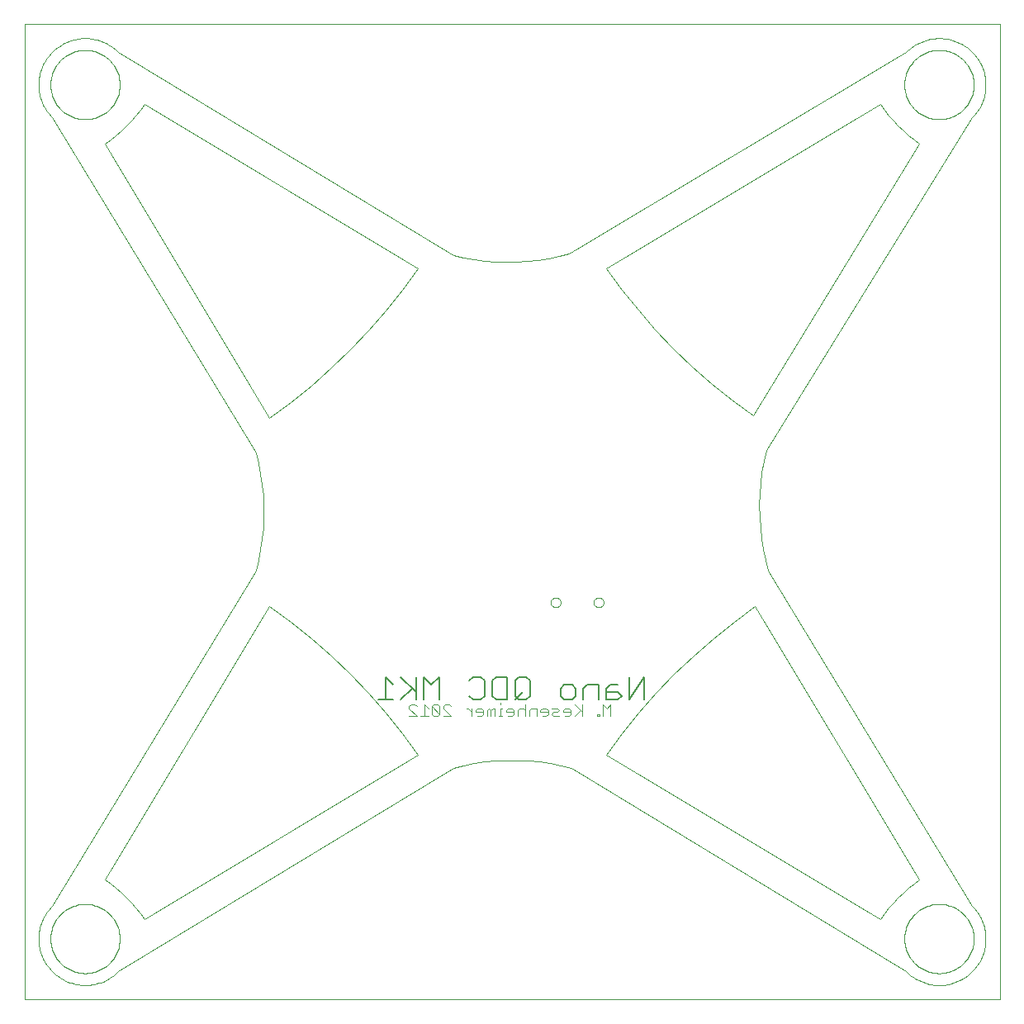
<source format=gbo>
G75*
G70*
%OFA0B0*%
%FSLAX24Y24*%
%IPPOS*%
%LPD*%
%AMOC8*
5,1,8,0,0,1.08239X$1,22.5*
%
%ADD10C,0.0020*%
%ADD11C,0.0000*%
%ADD12C,0.0080*%
%ADD13C,0.0040*%
D10*
X016086Y010084D02*
X015454Y010945D01*
X014786Y011778D01*
X014082Y012581D01*
X013343Y013352D01*
X012572Y014091D01*
X011769Y014795D01*
X010936Y015463D01*
X010075Y016095D01*
X003446Y005046D01*
X005037Y003455D02*
X016086Y010084D01*
X017500Y009554D02*
X003977Y001334D01*
X001325Y001334D02*
X001262Y001401D01*
X001202Y001471D01*
X001145Y001543D01*
X001092Y001618D01*
X001043Y001696D01*
X000997Y001776D01*
X000956Y001858D01*
X000919Y001942D01*
X000886Y002028D01*
X000857Y002116D01*
X000832Y002204D01*
X000812Y002294D01*
X000796Y002385D01*
X000785Y002476D01*
X000778Y002568D01*
X000776Y002660D01*
X000778Y002752D01*
X000785Y002844D01*
X000796Y002935D01*
X000812Y003026D01*
X000832Y003116D01*
X000857Y003204D01*
X000886Y003292D01*
X000919Y003378D01*
X000956Y003462D01*
X000997Y003544D01*
X001043Y003624D01*
X001092Y003702D01*
X001145Y003777D01*
X001202Y003849D01*
X001262Y003919D01*
X001325Y003986D01*
X009545Y017509D01*
X009545Y022282D02*
X001325Y035805D01*
X001253Y037131D02*
X001255Y037205D01*
X001261Y037280D01*
X001271Y037353D01*
X001285Y037427D01*
X001302Y037499D01*
X001324Y037570D01*
X001349Y037640D01*
X001378Y037709D01*
X001410Y037776D01*
X001447Y037841D01*
X001486Y037904D01*
X001529Y037965D01*
X001575Y038023D01*
X001624Y038079D01*
X001676Y038133D01*
X001730Y038183D01*
X001788Y038231D01*
X001847Y038275D01*
X001909Y038316D01*
X001974Y038354D01*
X002040Y038388D01*
X002107Y038419D01*
X002177Y038446D01*
X002247Y038469D01*
X002319Y038489D01*
X002392Y038505D01*
X002465Y038517D01*
X002539Y038525D01*
X002614Y038529D01*
X002688Y038529D01*
X002763Y038525D01*
X002837Y038517D01*
X002910Y038505D01*
X002983Y038489D01*
X003055Y038469D01*
X003125Y038446D01*
X003195Y038419D01*
X003262Y038388D01*
X003328Y038354D01*
X003393Y038316D01*
X003455Y038275D01*
X003514Y038231D01*
X003572Y038183D01*
X003626Y038133D01*
X003678Y038079D01*
X003727Y038023D01*
X003773Y037965D01*
X003816Y037904D01*
X003855Y037841D01*
X003892Y037776D01*
X003924Y037709D01*
X003953Y037640D01*
X003978Y037570D01*
X004000Y037499D01*
X004017Y037427D01*
X004031Y037353D01*
X004041Y037280D01*
X004047Y037205D01*
X004049Y037131D01*
X004047Y037057D01*
X004041Y036982D01*
X004031Y036909D01*
X004017Y036835D01*
X004000Y036763D01*
X003978Y036692D01*
X003953Y036622D01*
X003924Y036553D01*
X003892Y036486D01*
X003855Y036421D01*
X003816Y036358D01*
X003773Y036297D01*
X003727Y036239D01*
X003678Y036183D01*
X003626Y036129D01*
X003572Y036079D01*
X003514Y036031D01*
X003455Y035987D01*
X003393Y035946D01*
X003328Y035908D01*
X003262Y035874D01*
X003195Y035843D01*
X003125Y035816D01*
X003055Y035793D01*
X002983Y035773D01*
X002910Y035757D01*
X002837Y035745D01*
X002763Y035737D01*
X002688Y035733D01*
X002614Y035733D01*
X002539Y035737D01*
X002465Y035745D01*
X002392Y035757D01*
X002319Y035773D01*
X002247Y035793D01*
X002177Y035816D01*
X002107Y035843D01*
X002040Y035874D01*
X001974Y035908D01*
X001909Y035946D01*
X001847Y035987D01*
X001788Y036031D01*
X001730Y036079D01*
X001676Y036129D01*
X001624Y036183D01*
X001575Y036239D01*
X001529Y036297D01*
X001486Y036358D01*
X001447Y036421D01*
X001410Y036486D01*
X001378Y036553D01*
X001349Y036622D01*
X001324Y036692D01*
X001302Y036763D01*
X001285Y036835D01*
X001271Y036909D01*
X001261Y036982D01*
X001255Y037057D01*
X001253Y037131D01*
X001325Y038457D02*
X001390Y038518D01*
X001457Y038577D01*
X001527Y038632D01*
X001600Y038684D01*
X001675Y038732D01*
X001752Y038777D01*
X001832Y038818D01*
X001913Y038855D01*
X001996Y038888D01*
X002080Y038917D01*
X002166Y038942D01*
X002252Y038963D01*
X002340Y038980D01*
X002428Y038993D01*
X002517Y039001D01*
X002606Y039005D01*
X002696Y039005D01*
X002785Y039001D01*
X002874Y038993D01*
X002962Y038980D01*
X003050Y038963D01*
X003136Y038942D01*
X003222Y038917D01*
X003306Y038888D01*
X003389Y038855D01*
X003470Y038818D01*
X003550Y038777D01*
X003627Y038732D01*
X003702Y038684D01*
X003775Y038632D01*
X003845Y038577D01*
X003912Y038518D01*
X003977Y038457D01*
X017500Y030237D01*
X016086Y029707D02*
X005037Y036336D01*
X003446Y034745D02*
X010075Y023696D01*
X009545Y022281D02*
X009648Y021855D01*
X009731Y021424D01*
X009794Y020990D01*
X009836Y020553D01*
X009856Y020114D01*
X009856Y019676D01*
X009836Y019237D01*
X009794Y018800D01*
X009731Y018366D01*
X009648Y017935D01*
X009545Y017509D01*
X022273Y009554D02*
X035796Y001334D01*
X035861Y001273D01*
X035928Y001214D01*
X035998Y001159D01*
X036071Y001107D01*
X036146Y001059D01*
X036223Y001014D01*
X036303Y000973D01*
X036384Y000936D01*
X036467Y000903D01*
X036551Y000874D01*
X036637Y000849D01*
X036723Y000828D01*
X036811Y000811D01*
X036899Y000798D01*
X036988Y000790D01*
X037077Y000786D01*
X037167Y000786D01*
X037256Y000790D01*
X037345Y000798D01*
X037433Y000811D01*
X037521Y000828D01*
X037607Y000849D01*
X037693Y000874D01*
X037777Y000903D01*
X037860Y000936D01*
X037941Y000973D01*
X038021Y001014D01*
X038098Y001059D01*
X038173Y001107D01*
X038246Y001159D01*
X038316Y001214D01*
X038383Y001273D01*
X038448Y001334D01*
X038509Y001399D01*
X038568Y001466D01*
X038623Y001536D01*
X038675Y001609D01*
X038723Y001684D01*
X038768Y001761D01*
X038809Y001841D01*
X038846Y001922D01*
X038879Y002005D01*
X038908Y002089D01*
X038933Y002175D01*
X038954Y002261D01*
X038971Y002349D01*
X038984Y002437D01*
X038992Y002526D01*
X038996Y002615D01*
X038996Y002705D01*
X038992Y002794D01*
X038984Y002883D01*
X038971Y002971D01*
X038954Y003059D01*
X038933Y003145D01*
X038908Y003231D01*
X038879Y003315D01*
X038846Y003398D01*
X038809Y003479D01*
X038768Y003559D01*
X038723Y003636D01*
X038675Y003711D01*
X038623Y003784D01*
X038568Y003854D01*
X038509Y003921D01*
X038448Y003986D01*
X030228Y017509D01*
X029698Y016095D02*
X036327Y005046D01*
X034736Y003455D02*
X023687Y010084D01*
X022273Y009554D02*
X021846Y009657D01*
X021415Y009740D01*
X020981Y009803D01*
X020544Y009845D01*
X020105Y009865D01*
X019667Y009865D01*
X019228Y009845D01*
X018791Y009803D01*
X018357Y009740D01*
X017926Y009657D01*
X017499Y009554D01*
X029609Y023785D02*
X036327Y034745D01*
X034736Y036336D02*
X023687Y029707D01*
X022185Y030325D02*
X035796Y038457D01*
X035724Y037131D02*
X035726Y037205D01*
X035732Y037280D01*
X035742Y037353D01*
X035756Y037427D01*
X035773Y037499D01*
X035795Y037570D01*
X035820Y037640D01*
X035849Y037709D01*
X035881Y037776D01*
X035918Y037841D01*
X035957Y037904D01*
X036000Y037965D01*
X036046Y038023D01*
X036095Y038079D01*
X036147Y038133D01*
X036201Y038183D01*
X036259Y038231D01*
X036318Y038275D01*
X036380Y038316D01*
X036445Y038354D01*
X036511Y038388D01*
X036578Y038419D01*
X036648Y038446D01*
X036718Y038469D01*
X036790Y038489D01*
X036863Y038505D01*
X036936Y038517D01*
X037010Y038525D01*
X037085Y038529D01*
X037159Y038529D01*
X037234Y038525D01*
X037308Y038517D01*
X037381Y038505D01*
X037454Y038489D01*
X037526Y038469D01*
X037596Y038446D01*
X037666Y038419D01*
X037733Y038388D01*
X037799Y038354D01*
X037864Y038316D01*
X037926Y038275D01*
X037985Y038231D01*
X038043Y038183D01*
X038097Y038133D01*
X038149Y038079D01*
X038198Y038023D01*
X038244Y037965D01*
X038287Y037904D01*
X038326Y037841D01*
X038363Y037776D01*
X038395Y037709D01*
X038424Y037640D01*
X038449Y037570D01*
X038471Y037499D01*
X038488Y037427D01*
X038502Y037353D01*
X038512Y037280D01*
X038518Y037205D01*
X038520Y037131D01*
X038518Y037057D01*
X038512Y036982D01*
X038502Y036909D01*
X038488Y036835D01*
X038471Y036763D01*
X038449Y036692D01*
X038424Y036622D01*
X038395Y036553D01*
X038363Y036486D01*
X038326Y036421D01*
X038287Y036358D01*
X038244Y036297D01*
X038198Y036239D01*
X038149Y036183D01*
X038097Y036129D01*
X038043Y036079D01*
X037985Y036031D01*
X037926Y035987D01*
X037864Y035946D01*
X037799Y035908D01*
X037733Y035874D01*
X037666Y035843D01*
X037596Y035816D01*
X037526Y035793D01*
X037454Y035773D01*
X037381Y035757D01*
X037308Y035745D01*
X037234Y035737D01*
X037159Y035733D01*
X037085Y035733D01*
X037010Y035737D01*
X036936Y035745D01*
X036863Y035757D01*
X036790Y035773D01*
X036718Y035793D01*
X036648Y035816D01*
X036578Y035843D01*
X036511Y035874D01*
X036445Y035908D01*
X036380Y035946D01*
X036318Y035987D01*
X036259Y036031D01*
X036201Y036079D01*
X036147Y036129D01*
X036095Y036183D01*
X036046Y036239D01*
X036000Y036297D01*
X035957Y036358D01*
X035918Y036421D01*
X035881Y036486D01*
X035849Y036553D01*
X035820Y036622D01*
X035795Y036692D01*
X035773Y036763D01*
X035756Y036835D01*
X035742Y036909D01*
X035732Y036982D01*
X035726Y037057D01*
X035724Y037131D01*
X035796Y038457D02*
X035863Y038520D01*
X035933Y038580D01*
X036005Y038637D01*
X036080Y038690D01*
X036158Y038739D01*
X036238Y038785D01*
X036320Y038826D01*
X036404Y038863D01*
X036490Y038896D01*
X036578Y038925D01*
X036666Y038950D01*
X036756Y038970D01*
X036847Y038986D01*
X036938Y038997D01*
X037030Y039004D01*
X037122Y039006D01*
X037214Y039004D01*
X037306Y038997D01*
X037397Y038986D01*
X037488Y038970D01*
X037578Y038950D01*
X037666Y038925D01*
X037754Y038896D01*
X037840Y038863D01*
X037924Y038826D01*
X038006Y038785D01*
X038086Y038739D01*
X038164Y038690D01*
X038239Y038637D01*
X038311Y038580D01*
X038381Y038520D01*
X038448Y038457D01*
X038509Y038392D01*
X038568Y038325D01*
X038623Y038255D01*
X038675Y038182D01*
X038723Y038107D01*
X038768Y038030D01*
X038809Y037950D01*
X038846Y037869D01*
X038879Y037786D01*
X038908Y037702D01*
X038933Y037616D01*
X038954Y037530D01*
X038971Y037442D01*
X038984Y037354D01*
X038992Y037265D01*
X038996Y037176D01*
X038996Y037086D01*
X038992Y036997D01*
X038984Y036908D01*
X038971Y036820D01*
X038954Y036732D01*
X038933Y036646D01*
X038908Y036560D01*
X038879Y036476D01*
X038846Y036393D01*
X038809Y036312D01*
X038768Y036232D01*
X038723Y036155D01*
X038675Y036080D01*
X038623Y036007D01*
X038568Y035937D01*
X038509Y035870D01*
X038448Y035805D01*
X036327Y034745D02*
X036099Y034912D01*
X035878Y035089D01*
X035666Y035275D01*
X035462Y035471D01*
X035266Y035675D01*
X035080Y035887D01*
X034903Y036108D01*
X034736Y036336D01*
X023687Y029706D02*
X024309Y028858D01*
X024968Y028037D01*
X025662Y027246D01*
X026389Y026486D01*
X027149Y025759D01*
X027940Y025065D01*
X028761Y024406D01*
X029609Y023784D01*
X030139Y022371D02*
X030042Y021934D01*
X029965Y021494D01*
X029910Y021050D01*
X029875Y020605D01*
X029862Y020158D01*
X029870Y019711D01*
X029900Y019265D01*
X029950Y018821D01*
X030022Y018379D01*
X030114Y017942D01*
X030228Y017509D01*
X035724Y002660D02*
X035726Y002734D01*
X035732Y002809D01*
X035742Y002882D01*
X035756Y002956D01*
X035773Y003028D01*
X035795Y003099D01*
X035820Y003169D01*
X035849Y003238D01*
X035881Y003305D01*
X035918Y003370D01*
X035957Y003433D01*
X036000Y003494D01*
X036046Y003552D01*
X036095Y003608D01*
X036147Y003662D01*
X036201Y003712D01*
X036259Y003760D01*
X036318Y003804D01*
X036380Y003845D01*
X036445Y003883D01*
X036511Y003917D01*
X036578Y003948D01*
X036648Y003975D01*
X036718Y003998D01*
X036790Y004018D01*
X036863Y004034D01*
X036936Y004046D01*
X037010Y004054D01*
X037085Y004058D01*
X037159Y004058D01*
X037234Y004054D01*
X037308Y004046D01*
X037381Y004034D01*
X037454Y004018D01*
X037526Y003998D01*
X037596Y003975D01*
X037666Y003948D01*
X037733Y003917D01*
X037799Y003883D01*
X037864Y003845D01*
X037926Y003804D01*
X037985Y003760D01*
X038043Y003712D01*
X038097Y003662D01*
X038149Y003608D01*
X038198Y003552D01*
X038244Y003494D01*
X038287Y003433D01*
X038326Y003370D01*
X038363Y003305D01*
X038395Y003238D01*
X038424Y003169D01*
X038449Y003099D01*
X038471Y003028D01*
X038488Y002956D01*
X038502Y002882D01*
X038512Y002809D01*
X038518Y002734D01*
X038520Y002660D01*
X038518Y002586D01*
X038512Y002511D01*
X038502Y002438D01*
X038488Y002364D01*
X038471Y002292D01*
X038449Y002221D01*
X038424Y002151D01*
X038395Y002082D01*
X038363Y002015D01*
X038326Y001950D01*
X038287Y001887D01*
X038244Y001826D01*
X038198Y001768D01*
X038149Y001712D01*
X038097Y001658D01*
X038043Y001608D01*
X037985Y001560D01*
X037926Y001516D01*
X037864Y001475D01*
X037799Y001437D01*
X037733Y001403D01*
X037666Y001372D01*
X037596Y001345D01*
X037526Y001322D01*
X037454Y001302D01*
X037381Y001286D01*
X037308Y001274D01*
X037234Y001266D01*
X037159Y001262D01*
X037085Y001262D01*
X037010Y001266D01*
X036936Y001274D01*
X036863Y001286D01*
X036790Y001302D01*
X036718Y001322D01*
X036648Y001345D01*
X036578Y001372D01*
X036511Y001403D01*
X036445Y001437D01*
X036380Y001475D01*
X036318Y001516D01*
X036259Y001560D01*
X036201Y001608D01*
X036147Y001658D01*
X036095Y001712D01*
X036046Y001768D01*
X036000Y001826D01*
X035957Y001887D01*
X035918Y001950D01*
X035881Y002015D01*
X035849Y002082D01*
X035820Y002151D01*
X035795Y002221D01*
X035773Y002292D01*
X035756Y002364D01*
X035742Y002438D01*
X035732Y002511D01*
X035726Y002586D01*
X035724Y002660D01*
X034737Y003455D02*
X034904Y003683D01*
X035081Y003903D01*
X035267Y004115D01*
X035462Y004320D01*
X035667Y004515D01*
X035879Y004701D01*
X036099Y004878D01*
X036327Y005045D01*
X029698Y016095D02*
X028837Y015463D01*
X028004Y014795D01*
X027201Y014091D01*
X026430Y013352D01*
X025691Y012581D01*
X024987Y011778D01*
X024319Y010945D01*
X023687Y010084D01*
X003977Y001334D02*
X003910Y001271D01*
X003840Y001211D01*
X003768Y001154D01*
X003693Y001101D01*
X003615Y001052D01*
X003535Y001006D01*
X003453Y000965D01*
X003369Y000928D01*
X003283Y000895D01*
X003195Y000866D01*
X003107Y000841D01*
X003017Y000821D01*
X002926Y000805D01*
X002835Y000794D01*
X002743Y000787D01*
X002651Y000785D01*
X002559Y000787D01*
X002467Y000794D01*
X002376Y000805D01*
X002285Y000821D01*
X002195Y000841D01*
X002107Y000866D01*
X002019Y000895D01*
X001933Y000928D01*
X001849Y000965D01*
X001767Y001006D01*
X001687Y001052D01*
X001609Y001101D01*
X001534Y001154D01*
X001462Y001211D01*
X001392Y001271D01*
X001325Y001334D01*
X001253Y002660D02*
X001255Y002734D01*
X001261Y002809D01*
X001271Y002882D01*
X001285Y002956D01*
X001302Y003028D01*
X001324Y003099D01*
X001349Y003169D01*
X001378Y003238D01*
X001410Y003305D01*
X001447Y003370D01*
X001486Y003433D01*
X001529Y003494D01*
X001575Y003552D01*
X001624Y003608D01*
X001676Y003662D01*
X001730Y003712D01*
X001788Y003760D01*
X001847Y003804D01*
X001909Y003845D01*
X001974Y003883D01*
X002040Y003917D01*
X002107Y003948D01*
X002177Y003975D01*
X002247Y003998D01*
X002319Y004018D01*
X002392Y004034D01*
X002465Y004046D01*
X002539Y004054D01*
X002614Y004058D01*
X002688Y004058D01*
X002763Y004054D01*
X002837Y004046D01*
X002910Y004034D01*
X002983Y004018D01*
X003055Y003998D01*
X003125Y003975D01*
X003195Y003948D01*
X003262Y003917D01*
X003328Y003883D01*
X003393Y003845D01*
X003455Y003804D01*
X003514Y003760D01*
X003572Y003712D01*
X003626Y003662D01*
X003678Y003608D01*
X003727Y003552D01*
X003773Y003494D01*
X003816Y003433D01*
X003855Y003370D01*
X003892Y003305D01*
X003924Y003238D01*
X003953Y003169D01*
X003978Y003099D01*
X004000Y003028D01*
X004017Y002956D01*
X004031Y002882D01*
X004041Y002809D01*
X004047Y002734D01*
X004049Y002660D01*
X004047Y002586D01*
X004041Y002511D01*
X004031Y002438D01*
X004017Y002364D01*
X004000Y002292D01*
X003978Y002221D01*
X003953Y002151D01*
X003924Y002082D01*
X003892Y002015D01*
X003855Y001950D01*
X003816Y001887D01*
X003773Y001826D01*
X003727Y001768D01*
X003678Y001712D01*
X003626Y001658D01*
X003572Y001608D01*
X003514Y001560D01*
X003455Y001516D01*
X003393Y001475D01*
X003328Y001437D01*
X003262Y001403D01*
X003195Y001372D01*
X003125Y001345D01*
X003055Y001322D01*
X002983Y001302D01*
X002910Y001286D01*
X002837Y001274D01*
X002763Y001266D01*
X002688Y001262D01*
X002614Y001262D01*
X002539Y001266D01*
X002465Y001274D01*
X002392Y001286D01*
X002319Y001302D01*
X002247Y001322D01*
X002177Y001345D01*
X002107Y001372D01*
X002040Y001403D01*
X001974Y001437D01*
X001909Y001475D01*
X001847Y001516D01*
X001788Y001560D01*
X001730Y001608D01*
X001676Y001658D01*
X001624Y001712D01*
X001575Y001768D01*
X001529Y001826D01*
X001486Y001887D01*
X001447Y001950D01*
X001410Y002015D01*
X001378Y002082D01*
X001349Y002151D01*
X001324Y002221D01*
X001302Y002292D01*
X001285Y002364D01*
X001271Y002438D01*
X001261Y002511D01*
X001255Y002586D01*
X001253Y002660D01*
X003446Y005045D02*
X003674Y004878D01*
X003894Y004701D01*
X004106Y004515D01*
X004311Y004320D01*
X004506Y004115D01*
X004692Y003903D01*
X004869Y003683D01*
X005036Y003455D01*
X001325Y035805D02*
X001262Y035872D01*
X001202Y035942D01*
X001145Y036014D01*
X001092Y036089D01*
X001043Y036167D01*
X000997Y036247D01*
X000956Y036329D01*
X000919Y036413D01*
X000886Y036499D01*
X000857Y036587D01*
X000832Y036675D01*
X000812Y036765D01*
X000796Y036856D01*
X000785Y036947D01*
X000778Y037039D01*
X000776Y037131D01*
X000778Y037223D01*
X000785Y037315D01*
X000796Y037406D01*
X000812Y037497D01*
X000832Y037587D01*
X000857Y037675D01*
X000886Y037763D01*
X000919Y037849D01*
X000956Y037933D01*
X000997Y038015D01*
X001043Y038095D01*
X001092Y038173D01*
X001145Y038248D01*
X001202Y038320D01*
X001262Y038390D01*
X001325Y038457D01*
X003446Y034745D02*
X003674Y034912D01*
X003895Y035089D01*
X004107Y035275D01*
X004311Y035471D01*
X004507Y035675D01*
X004693Y035887D01*
X004870Y036108D01*
X005037Y036336D01*
X016086Y029707D02*
X015454Y028846D01*
X014786Y028013D01*
X014082Y027210D01*
X013343Y026439D01*
X012572Y025700D01*
X011769Y024996D01*
X010936Y024328D01*
X010075Y023696D01*
X017500Y030237D02*
X017920Y030143D01*
X018345Y030070D01*
X018772Y030016D01*
X019202Y029983D01*
X019632Y029971D01*
X020063Y029979D01*
X020493Y030008D01*
X020921Y030057D01*
X021346Y030126D01*
X021768Y030216D01*
X022184Y030325D01*
D11*
X039570Y000200D02*
X000200Y000200D01*
X000200Y039570D01*
X039570Y039570D01*
X039570Y000200D01*
X023179Y016232D02*
X023181Y016259D01*
X023187Y016286D01*
X023196Y016312D01*
X023209Y016336D01*
X023225Y016359D01*
X023244Y016378D01*
X023266Y016395D01*
X023290Y016409D01*
X023315Y016419D01*
X023342Y016426D01*
X023369Y016429D01*
X023397Y016428D01*
X023424Y016423D01*
X023450Y016415D01*
X023474Y016403D01*
X023497Y016387D01*
X023518Y016369D01*
X023535Y016348D01*
X023550Y016324D01*
X023561Y016299D01*
X023569Y016273D01*
X023573Y016246D01*
X023573Y016218D01*
X023569Y016191D01*
X023561Y016165D01*
X023550Y016140D01*
X023535Y016116D01*
X023518Y016095D01*
X023497Y016077D01*
X023475Y016061D01*
X023450Y016049D01*
X023424Y016041D01*
X023397Y016036D01*
X023369Y016035D01*
X023342Y016038D01*
X023315Y016045D01*
X023290Y016055D01*
X023266Y016069D01*
X023244Y016086D01*
X023225Y016105D01*
X023209Y016128D01*
X023196Y016152D01*
X023187Y016178D01*
X023181Y016205D01*
X023179Y016232D01*
X021447Y016232D02*
X021449Y016259D01*
X021455Y016286D01*
X021464Y016312D01*
X021477Y016336D01*
X021493Y016359D01*
X021512Y016378D01*
X021534Y016395D01*
X021558Y016409D01*
X021583Y016419D01*
X021610Y016426D01*
X021637Y016429D01*
X021665Y016428D01*
X021692Y016423D01*
X021718Y016415D01*
X021742Y016403D01*
X021765Y016387D01*
X021786Y016369D01*
X021803Y016348D01*
X021818Y016324D01*
X021829Y016299D01*
X021837Y016273D01*
X021841Y016246D01*
X021841Y016218D01*
X021837Y016191D01*
X021829Y016165D01*
X021818Y016140D01*
X021803Y016116D01*
X021786Y016095D01*
X021765Y016077D01*
X021743Y016061D01*
X021718Y016049D01*
X021692Y016041D01*
X021665Y016036D01*
X021637Y016035D01*
X021610Y016038D01*
X021583Y016045D01*
X021558Y016055D01*
X021534Y016069D01*
X021512Y016086D01*
X021493Y016105D01*
X021477Y016128D01*
X021464Y016152D01*
X021455Y016178D01*
X021449Y016205D01*
X021447Y016232D01*
X030140Y022370D02*
X038448Y035805D01*
D12*
X025220Y013221D02*
X024606Y012300D01*
X024606Y013221D01*
X024146Y012914D02*
X023839Y012914D01*
X023685Y012760D01*
X023685Y012300D01*
X024146Y012300D01*
X024299Y012453D01*
X024146Y012607D01*
X023685Y012607D01*
X023378Y012300D02*
X023378Y012914D01*
X022918Y012914D01*
X022765Y012760D01*
X022765Y012300D01*
X022458Y012453D02*
X022304Y012300D01*
X021997Y012300D01*
X021844Y012453D01*
X021844Y012760D01*
X021997Y012914D01*
X022304Y012914D01*
X022458Y012760D01*
X022458Y012453D01*
X020616Y012453D02*
X020463Y012300D01*
X020156Y012300D01*
X020002Y012453D01*
X020002Y013067D01*
X020156Y013221D01*
X020463Y013221D01*
X020616Y013067D01*
X020616Y012453D01*
X020309Y012607D02*
X020002Y012300D01*
X019695Y012300D02*
X019235Y012300D01*
X019081Y012453D01*
X019081Y013067D01*
X019235Y013221D01*
X019695Y013221D01*
X019695Y012300D01*
X018774Y012453D02*
X018774Y013067D01*
X018621Y013221D01*
X018314Y013221D01*
X018161Y013067D01*
X018161Y012453D02*
X018314Y012300D01*
X018621Y012300D01*
X018774Y012453D01*
X016933Y012300D02*
X016933Y013221D01*
X016626Y012914D01*
X016319Y013221D01*
X016319Y012300D01*
X016012Y012300D02*
X016012Y013221D01*
X015859Y012760D02*
X015398Y012300D01*
X015091Y012300D02*
X014477Y012300D01*
X014784Y012300D02*
X014784Y013221D01*
X015091Y012914D01*
X015398Y013221D02*
X016012Y012607D01*
X025220Y012300D02*
X025220Y013221D01*
D13*
X023865Y012115D02*
X023712Y011962D01*
X023558Y012115D01*
X023558Y011655D01*
X023405Y011655D02*
X023328Y011655D01*
X023328Y011732D01*
X023405Y011732D01*
X023405Y011655D01*
X022714Y011655D02*
X022714Y012115D01*
X022637Y011885D02*
X022407Y011655D01*
X022254Y011732D02*
X022254Y011885D01*
X022177Y011962D01*
X022023Y011962D01*
X021947Y011885D01*
X021947Y011808D01*
X022254Y011808D01*
X022254Y011732D02*
X022177Y011655D01*
X022023Y011655D01*
X021793Y011655D02*
X021563Y011655D01*
X021486Y011732D01*
X021563Y011808D01*
X021717Y011808D01*
X021793Y011885D01*
X021717Y011962D01*
X021486Y011962D01*
X021333Y011885D02*
X021256Y011962D01*
X021103Y011962D01*
X021026Y011885D01*
X021026Y011808D01*
X021333Y011808D01*
X021333Y011732D02*
X021333Y011885D01*
X021333Y011732D02*
X021256Y011655D01*
X021103Y011655D01*
X020872Y011655D02*
X020872Y011962D01*
X020642Y011962D01*
X020566Y011885D01*
X020566Y011655D01*
X020412Y011655D02*
X020412Y012115D01*
X020335Y011962D02*
X020182Y011962D01*
X020105Y011885D01*
X020105Y011655D01*
X019952Y011732D02*
X019952Y011885D01*
X019875Y011962D01*
X019721Y011962D01*
X019645Y011885D01*
X019645Y011808D01*
X019952Y011808D01*
X019952Y011732D02*
X019875Y011655D01*
X019721Y011655D01*
X019491Y011655D02*
X019338Y011655D01*
X019415Y011655D02*
X019415Y011962D01*
X019491Y011962D01*
X019415Y012115D02*
X019415Y012192D01*
X019184Y011962D02*
X019108Y011962D01*
X019031Y011885D01*
X018954Y011962D01*
X018877Y011885D01*
X018877Y011655D01*
X019031Y011655D02*
X019031Y011885D01*
X019184Y011962D02*
X019184Y011655D01*
X018724Y011732D02*
X018724Y011885D01*
X018647Y011962D01*
X018494Y011962D01*
X018417Y011885D01*
X018417Y011808D01*
X018724Y011808D01*
X018724Y011732D02*
X018647Y011655D01*
X018494Y011655D01*
X018264Y011655D02*
X018264Y011962D01*
X018264Y011808D02*
X018110Y011962D01*
X018033Y011962D01*
X017420Y012039D02*
X017343Y012115D01*
X017189Y012115D01*
X017113Y012039D01*
X017113Y011962D01*
X017420Y011655D01*
X017113Y011655D01*
X016959Y011732D02*
X016959Y012039D01*
X016882Y012115D01*
X016729Y012115D01*
X016652Y012039D01*
X016959Y011732D01*
X016882Y011655D01*
X016729Y011655D01*
X016652Y011732D01*
X016652Y012039D01*
X016499Y011962D02*
X016345Y012115D01*
X016345Y011655D01*
X016192Y011655D02*
X016499Y011655D01*
X016038Y011655D02*
X015731Y011962D01*
X015731Y012039D01*
X015808Y012115D01*
X015962Y012115D01*
X016038Y012039D01*
X016038Y011655D02*
X015731Y011655D01*
X020335Y011962D02*
X020412Y011885D01*
X022407Y012115D02*
X022714Y011808D01*
X023865Y011655D02*
X023865Y012115D01*
M02*

</source>
